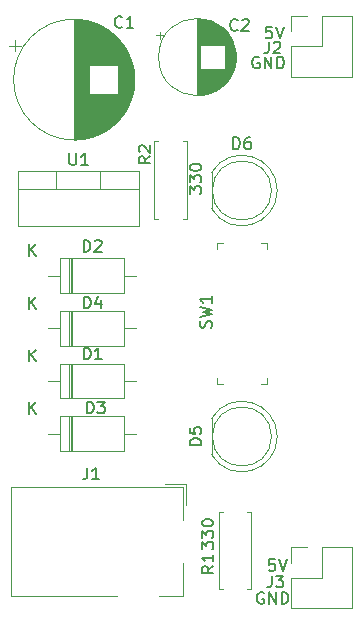
<source format=gto>
%TF.GenerationSoftware,KiCad,Pcbnew,(5.1.8)-1*%
%TF.CreationDate,2020-12-06T17:51:36-05:00*%
%TF.ProjectId,Breadboar Power Supply v1,42726561-6462-46f6-9172-20506f776572,1.0*%
%TF.SameCoordinates,Original*%
%TF.FileFunction,Legend,Top*%
%TF.FilePolarity,Positive*%
%FSLAX46Y46*%
G04 Gerber Fmt 4.6, Leading zero omitted, Abs format (unit mm)*
G04 Created by KiCad (PCBNEW (5.1.8)-1) date 2020-12-06 17:51:36*
%MOMM*%
%LPD*%
G01*
G04 APERTURE LIST*
%ADD10C,0.150000*%
%ADD11C,0.120000*%
%ADD12C,0.100000*%
G04 APERTURE END LIST*
D10*
X188682380Y-130063714D02*
X188682380Y-129444666D01*
X189063333Y-129778000D01*
X189063333Y-129635142D01*
X189110952Y-129539904D01*
X189158571Y-129492285D01*
X189253809Y-129444666D01*
X189491904Y-129444666D01*
X189587142Y-129492285D01*
X189634761Y-129539904D01*
X189682380Y-129635142D01*
X189682380Y-129920857D01*
X189634761Y-130016095D01*
X189587142Y-130063714D01*
X188682380Y-129111333D02*
X188682380Y-128492285D01*
X189063333Y-128825619D01*
X189063333Y-128682761D01*
X189110952Y-128587523D01*
X189158571Y-128539904D01*
X189253809Y-128492285D01*
X189491904Y-128492285D01*
X189587142Y-128539904D01*
X189634761Y-128587523D01*
X189682380Y-128682761D01*
X189682380Y-128968476D01*
X189634761Y-129063714D01*
X189587142Y-129111333D01*
X188682380Y-127873238D02*
X188682380Y-127778000D01*
X188730000Y-127682761D01*
X188777619Y-127635142D01*
X188872857Y-127587523D01*
X189063333Y-127539904D01*
X189301428Y-127539904D01*
X189491904Y-127587523D01*
X189587142Y-127635142D01*
X189634761Y-127682761D01*
X189682380Y-127778000D01*
X189682380Y-127873238D01*
X189634761Y-127968476D01*
X189587142Y-128016095D01*
X189491904Y-128063714D01*
X189301428Y-128111333D01*
X189063333Y-128111333D01*
X188872857Y-128063714D01*
X188777619Y-128016095D01*
X188730000Y-127968476D01*
X188682380Y-127873238D01*
X187666380Y-99964714D02*
X187666380Y-99345666D01*
X188047333Y-99679000D01*
X188047333Y-99536142D01*
X188094952Y-99440904D01*
X188142571Y-99393285D01*
X188237809Y-99345666D01*
X188475904Y-99345666D01*
X188571142Y-99393285D01*
X188618761Y-99440904D01*
X188666380Y-99536142D01*
X188666380Y-99821857D01*
X188618761Y-99917095D01*
X188571142Y-99964714D01*
X187666380Y-99012333D02*
X187666380Y-98393285D01*
X188047333Y-98726619D01*
X188047333Y-98583761D01*
X188094952Y-98488523D01*
X188142571Y-98440904D01*
X188237809Y-98393285D01*
X188475904Y-98393285D01*
X188571142Y-98440904D01*
X188618761Y-98488523D01*
X188666380Y-98583761D01*
X188666380Y-98869476D01*
X188618761Y-98964714D01*
X188571142Y-99012333D01*
X187666380Y-97774238D02*
X187666380Y-97679000D01*
X187714000Y-97583761D01*
X187761619Y-97536142D01*
X187856857Y-97488523D01*
X188047333Y-97440904D01*
X188285428Y-97440904D01*
X188475904Y-97488523D01*
X188571142Y-97536142D01*
X188618761Y-97583761D01*
X188666380Y-97679000D01*
X188666380Y-97774238D01*
X188618761Y-97869476D01*
X188571142Y-97917095D01*
X188475904Y-97964714D01*
X188285428Y-98012333D01*
X188047333Y-98012333D01*
X187856857Y-97964714D01*
X187761619Y-97917095D01*
X187714000Y-97869476D01*
X187666380Y-97774238D01*
X193929095Y-133739000D02*
X193833857Y-133691380D01*
X193691000Y-133691380D01*
X193548142Y-133739000D01*
X193452904Y-133834238D01*
X193405285Y-133929476D01*
X193357666Y-134119952D01*
X193357666Y-134262809D01*
X193405285Y-134453285D01*
X193452904Y-134548523D01*
X193548142Y-134643761D01*
X193691000Y-134691380D01*
X193786238Y-134691380D01*
X193929095Y-134643761D01*
X193976714Y-134596142D01*
X193976714Y-134262809D01*
X193786238Y-134262809D01*
X194405285Y-134691380D02*
X194405285Y-133691380D01*
X194976714Y-134691380D01*
X194976714Y-133691380D01*
X195452904Y-134691380D02*
X195452904Y-133691380D01*
X195691000Y-133691380D01*
X195833857Y-133739000D01*
X195929095Y-133834238D01*
X195976714Y-133929476D01*
X196024333Y-134119952D01*
X196024333Y-134262809D01*
X195976714Y-134453285D01*
X195929095Y-134548523D01*
X195833857Y-134643761D01*
X195691000Y-134691380D01*
X195452904Y-134691380D01*
X193548095Y-88400000D02*
X193452857Y-88352380D01*
X193310000Y-88352380D01*
X193167142Y-88400000D01*
X193071904Y-88495238D01*
X193024285Y-88590476D01*
X192976666Y-88780952D01*
X192976666Y-88923809D01*
X193024285Y-89114285D01*
X193071904Y-89209523D01*
X193167142Y-89304761D01*
X193310000Y-89352380D01*
X193405238Y-89352380D01*
X193548095Y-89304761D01*
X193595714Y-89257142D01*
X193595714Y-88923809D01*
X193405238Y-88923809D01*
X194024285Y-89352380D02*
X194024285Y-88352380D01*
X194595714Y-89352380D01*
X194595714Y-88352380D01*
X195071904Y-89352380D02*
X195071904Y-88352380D01*
X195310000Y-88352380D01*
X195452857Y-88400000D01*
X195548095Y-88495238D01*
X195595714Y-88590476D01*
X195643333Y-88780952D01*
X195643333Y-88923809D01*
X195595714Y-89114285D01*
X195548095Y-89209523D01*
X195452857Y-89304761D01*
X195310000Y-89352380D01*
X195071904Y-89352380D01*
X194627523Y-85812380D02*
X194151333Y-85812380D01*
X194103714Y-86288571D01*
X194151333Y-86240952D01*
X194246571Y-86193333D01*
X194484666Y-86193333D01*
X194579904Y-86240952D01*
X194627523Y-86288571D01*
X194675142Y-86383809D01*
X194675142Y-86621904D01*
X194627523Y-86717142D01*
X194579904Y-86764761D01*
X194484666Y-86812380D01*
X194246571Y-86812380D01*
X194151333Y-86764761D01*
X194103714Y-86717142D01*
X194960857Y-85812380D02*
X195294190Y-86812380D01*
X195627523Y-85812380D01*
X194881523Y-130897380D02*
X194405333Y-130897380D01*
X194357714Y-131373571D01*
X194405333Y-131325952D01*
X194500571Y-131278333D01*
X194738666Y-131278333D01*
X194833904Y-131325952D01*
X194881523Y-131373571D01*
X194929142Y-131468809D01*
X194929142Y-131706904D01*
X194881523Y-131802142D01*
X194833904Y-131849761D01*
X194738666Y-131897380D01*
X194500571Y-131897380D01*
X194405333Y-131849761D01*
X194357714Y-131802142D01*
X195214857Y-130897380D02*
X195548190Y-131897380D01*
X195881523Y-130897380D01*
D11*
%TO.C,C1*%
X172907354Y-86922000D02*
X172907354Y-87922000D01*
X172407354Y-87422000D02*
X173407354Y-87422000D01*
X182968000Y-89698000D02*
X182968000Y-90896000D01*
X182928000Y-89435000D02*
X182928000Y-91159000D01*
X182888000Y-89235000D02*
X182888000Y-91359000D01*
X182848000Y-89067000D02*
X182848000Y-91527000D01*
X182808000Y-88919000D02*
X182808000Y-91675000D01*
X182768000Y-88787000D02*
X182768000Y-91807000D01*
X182728000Y-88667000D02*
X182728000Y-91927000D01*
X182688000Y-88555000D02*
X182688000Y-92039000D01*
X182648000Y-88451000D02*
X182648000Y-92143000D01*
X182608000Y-88353000D02*
X182608000Y-92241000D01*
X182568000Y-88260000D02*
X182568000Y-92334000D01*
X182528000Y-88172000D02*
X182528000Y-92422000D01*
X182488000Y-88088000D02*
X182488000Y-92506000D01*
X182448000Y-88008000D02*
X182448000Y-92586000D01*
X182408000Y-87932000D02*
X182408000Y-92662000D01*
X182368000Y-87858000D02*
X182368000Y-92736000D01*
X182328000Y-87787000D02*
X182328000Y-92807000D01*
X182288000Y-87718000D02*
X182288000Y-92876000D01*
X182248000Y-87652000D02*
X182248000Y-92942000D01*
X182208000Y-87588000D02*
X182208000Y-93006000D01*
X182168000Y-87527000D02*
X182168000Y-93067000D01*
X182128000Y-87467000D02*
X182128000Y-93127000D01*
X182088000Y-87408000D02*
X182088000Y-93186000D01*
X182048000Y-87352000D02*
X182048000Y-93242000D01*
X182008000Y-87297000D02*
X182008000Y-93297000D01*
X181968000Y-87243000D02*
X181968000Y-93351000D01*
X181928000Y-87191000D02*
X181928000Y-93403000D01*
X181888000Y-87141000D02*
X181888000Y-93453000D01*
X181848000Y-87091000D02*
X181848000Y-93503000D01*
X181808000Y-87043000D02*
X181808000Y-93551000D01*
X181768000Y-86996000D02*
X181768000Y-93598000D01*
X181728000Y-86950000D02*
X181728000Y-93644000D01*
X181688000Y-86905000D02*
X181688000Y-93689000D01*
X181648000Y-86861000D02*
X181648000Y-93733000D01*
X181608000Y-91538000D02*
X181608000Y-93775000D01*
X181608000Y-86819000D02*
X181608000Y-89056000D01*
X181568000Y-91538000D02*
X181568000Y-93817000D01*
X181568000Y-86777000D02*
X181568000Y-89056000D01*
X181528000Y-91538000D02*
X181528000Y-93858000D01*
X181528000Y-86736000D02*
X181528000Y-89056000D01*
X181488000Y-91538000D02*
X181488000Y-93898000D01*
X181488000Y-86696000D02*
X181488000Y-89056000D01*
X181448000Y-91538000D02*
X181448000Y-93937000D01*
X181448000Y-86657000D02*
X181448000Y-89056000D01*
X181408000Y-91538000D02*
X181408000Y-93976000D01*
X181408000Y-86618000D02*
X181408000Y-89056000D01*
X181368000Y-91538000D02*
X181368000Y-94013000D01*
X181368000Y-86581000D02*
X181368000Y-89056000D01*
X181328000Y-91538000D02*
X181328000Y-94050000D01*
X181328000Y-86544000D02*
X181328000Y-89056000D01*
X181288000Y-91538000D02*
X181288000Y-94086000D01*
X181288000Y-86508000D02*
X181288000Y-89056000D01*
X181248000Y-91538000D02*
X181248000Y-94121000D01*
X181248000Y-86473000D02*
X181248000Y-89056000D01*
X181208000Y-91538000D02*
X181208000Y-94155000D01*
X181208000Y-86439000D02*
X181208000Y-89056000D01*
X181168000Y-91538000D02*
X181168000Y-94189000D01*
X181168000Y-86405000D02*
X181168000Y-89056000D01*
X181128000Y-91538000D02*
X181128000Y-94222000D01*
X181128000Y-86372000D02*
X181128000Y-89056000D01*
X181088000Y-91538000D02*
X181088000Y-94254000D01*
X181088000Y-86340000D02*
X181088000Y-89056000D01*
X181048000Y-91538000D02*
X181048000Y-94286000D01*
X181048000Y-86308000D02*
X181048000Y-89056000D01*
X181008000Y-91538000D02*
X181008000Y-94317000D01*
X181008000Y-86277000D02*
X181008000Y-89056000D01*
X180968000Y-91538000D02*
X180968000Y-94347000D01*
X180968000Y-86247000D02*
X180968000Y-89056000D01*
X180928000Y-91538000D02*
X180928000Y-94377000D01*
X180928000Y-86217000D02*
X180928000Y-89056000D01*
X180888000Y-91538000D02*
X180888000Y-94407000D01*
X180888000Y-86187000D02*
X180888000Y-89056000D01*
X180848000Y-91538000D02*
X180848000Y-94435000D01*
X180848000Y-86159000D02*
X180848000Y-89056000D01*
X180808000Y-91538000D02*
X180808000Y-94463000D01*
X180808000Y-86131000D02*
X180808000Y-89056000D01*
X180768000Y-91538000D02*
X180768000Y-94491000D01*
X180768000Y-86103000D02*
X180768000Y-89056000D01*
X180728000Y-91538000D02*
X180728000Y-94518000D01*
X180728000Y-86076000D02*
X180728000Y-89056000D01*
X180688000Y-91538000D02*
X180688000Y-94544000D01*
X180688000Y-86050000D02*
X180688000Y-89056000D01*
X180648000Y-91538000D02*
X180648000Y-94570000D01*
X180648000Y-86024000D02*
X180648000Y-89056000D01*
X180608000Y-91538000D02*
X180608000Y-94595000D01*
X180608000Y-85999000D02*
X180608000Y-89056000D01*
X180568000Y-91538000D02*
X180568000Y-94620000D01*
X180568000Y-85974000D02*
X180568000Y-89056000D01*
X180528000Y-91538000D02*
X180528000Y-94644000D01*
X180528000Y-85950000D02*
X180528000Y-89056000D01*
X180488000Y-91538000D02*
X180488000Y-94668000D01*
X180488000Y-85926000D02*
X180488000Y-89056000D01*
X180448000Y-91538000D02*
X180448000Y-94692000D01*
X180448000Y-85902000D02*
X180448000Y-89056000D01*
X180408000Y-91538000D02*
X180408000Y-94714000D01*
X180408000Y-85880000D02*
X180408000Y-89056000D01*
X180368000Y-91538000D02*
X180368000Y-94737000D01*
X180368000Y-85857000D02*
X180368000Y-89056000D01*
X180328000Y-91538000D02*
X180328000Y-94759000D01*
X180328000Y-85835000D02*
X180328000Y-89056000D01*
X180288000Y-91538000D02*
X180288000Y-94780000D01*
X180288000Y-85814000D02*
X180288000Y-89056000D01*
X180248000Y-91538000D02*
X180248000Y-94801000D01*
X180248000Y-85793000D02*
X180248000Y-89056000D01*
X180208000Y-91538000D02*
X180208000Y-94822000D01*
X180208000Y-85772000D02*
X180208000Y-89056000D01*
X180168000Y-91538000D02*
X180168000Y-94842000D01*
X180168000Y-85752000D02*
X180168000Y-89056000D01*
X180128000Y-91538000D02*
X180128000Y-94861000D01*
X180128000Y-85733000D02*
X180128000Y-89056000D01*
X180088000Y-91538000D02*
X180088000Y-94881000D01*
X180088000Y-85713000D02*
X180088000Y-89056000D01*
X180048000Y-91538000D02*
X180048000Y-94900000D01*
X180048000Y-85694000D02*
X180048000Y-89056000D01*
X180008000Y-91538000D02*
X180008000Y-94918000D01*
X180008000Y-85676000D02*
X180008000Y-89056000D01*
X179968000Y-91538000D02*
X179968000Y-94936000D01*
X179968000Y-85658000D02*
X179968000Y-89056000D01*
X179928000Y-91538000D02*
X179928000Y-94954000D01*
X179928000Y-85640000D02*
X179928000Y-89056000D01*
X179888000Y-91538000D02*
X179888000Y-94971000D01*
X179888000Y-85623000D02*
X179888000Y-89056000D01*
X179848000Y-91538000D02*
X179848000Y-94987000D01*
X179848000Y-85607000D02*
X179848000Y-89056000D01*
X179808000Y-91538000D02*
X179808000Y-95004000D01*
X179808000Y-85590000D02*
X179808000Y-89056000D01*
X179768000Y-91538000D02*
X179768000Y-95020000D01*
X179768000Y-85574000D02*
X179768000Y-89056000D01*
X179728000Y-91538000D02*
X179728000Y-95035000D01*
X179728000Y-85559000D02*
X179728000Y-89056000D01*
X179688000Y-91538000D02*
X179688000Y-95051000D01*
X179688000Y-85543000D02*
X179688000Y-89056000D01*
X179648000Y-91538000D02*
X179648000Y-95065000D01*
X179648000Y-85529000D02*
X179648000Y-89056000D01*
X179608000Y-91538000D02*
X179608000Y-95080000D01*
X179608000Y-85514000D02*
X179608000Y-89056000D01*
X179568000Y-91538000D02*
X179568000Y-95094000D01*
X179568000Y-85500000D02*
X179568000Y-89056000D01*
X179528000Y-91538000D02*
X179528000Y-95108000D01*
X179528000Y-85486000D02*
X179528000Y-89056000D01*
X179488000Y-91538000D02*
X179488000Y-95121000D01*
X179488000Y-85473000D02*
X179488000Y-89056000D01*
X179448000Y-91538000D02*
X179448000Y-95134000D01*
X179448000Y-85460000D02*
X179448000Y-89056000D01*
X179408000Y-91538000D02*
X179408000Y-95147000D01*
X179408000Y-85447000D02*
X179408000Y-89056000D01*
X179368000Y-91538000D02*
X179368000Y-95159000D01*
X179368000Y-85435000D02*
X179368000Y-89056000D01*
X179328000Y-91538000D02*
X179328000Y-95171000D01*
X179328000Y-85423000D02*
X179328000Y-89056000D01*
X179288000Y-91538000D02*
X179288000Y-95182000D01*
X179288000Y-85412000D02*
X179288000Y-89056000D01*
X179248000Y-91538000D02*
X179248000Y-95194000D01*
X179248000Y-85400000D02*
X179248000Y-89056000D01*
X179208000Y-91538000D02*
X179208000Y-95204000D01*
X179208000Y-85390000D02*
X179208000Y-89056000D01*
X179168000Y-91538000D02*
X179168000Y-95215000D01*
X179168000Y-85379000D02*
X179168000Y-89056000D01*
X179128000Y-85369000D02*
X179128000Y-95225000D01*
X179088000Y-85359000D02*
X179088000Y-95235000D01*
X179048000Y-85350000D02*
X179048000Y-95244000D01*
X179008000Y-85341000D02*
X179008000Y-95253000D01*
X178968000Y-85332000D02*
X178968000Y-95262000D01*
X178928000Y-85323000D02*
X178928000Y-95271000D01*
X178888000Y-85315000D02*
X178888000Y-95279000D01*
X178848000Y-85307000D02*
X178848000Y-95287000D01*
X178808000Y-85300000D02*
X178808000Y-95294000D01*
X178768000Y-85293000D02*
X178768000Y-95301000D01*
X178728000Y-85286000D02*
X178728000Y-95308000D01*
X178688000Y-85279000D02*
X178688000Y-95315000D01*
X178648000Y-85273000D02*
X178648000Y-95321000D01*
X178608000Y-85267000D02*
X178608000Y-95327000D01*
X178567000Y-85262000D02*
X178567000Y-95332000D01*
X178527000Y-85257000D02*
X178527000Y-95337000D01*
X178487000Y-85252000D02*
X178487000Y-95342000D01*
X178447000Y-85247000D02*
X178447000Y-95347000D01*
X178407000Y-85243000D02*
X178407000Y-95351000D01*
X178367000Y-85239000D02*
X178367000Y-95355000D01*
X178327000Y-85235000D02*
X178327000Y-95359000D01*
X178287000Y-85232000D02*
X178287000Y-95362000D01*
X178247000Y-85229000D02*
X178247000Y-95365000D01*
X178207000Y-85227000D02*
X178207000Y-95367000D01*
X178167000Y-85224000D02*
X178167000Y-95370000D01*
X178127000Y-85222000D02*
X178127000Y-95372000D01*
X178087000Y-85220000D02*
X178087000Y-95374000D01*
X178047000Y-85219000D02*
X178047000Y-95375000D01*
X178007000Y-85218000D02*
X178007000Y-95376000D01*
X177967000Y-85217000D02*
X177967000Y-95377000D01*
X177927000Y-85217000D02*
X177927000Y-95377000D01*
X177887000Y-85217000D02*
X177887000Y-95377000D01*
X183007000Y-90297000D02*
G75*
G03*
X183007000Y-90297000I-5120000J0D01*
G01*
%TO.C,C2*%
X185135759Y-86238000D02*
X185135759Y-86868000D01*
X184820759Y-86553000D02*
X185450759Y-86553000D01*
X191562000Y-87990000D02*
X191562000Y-88794000D01*
X191522000Y-87759000D02*
X191522000Y-89025000D01*
X191482000Y-87590000D02*
X191482000Y-89194000D01*
X191442000Y-87452000D02*
X191442000Y-89332000D01*
X191402000Y-87333000D02*
X191402000Y-89451000D01*
X191362000Y-87227000D02*
X191362000Y-89557000D01*
X191322000Y-87130000D02*
X191322000Y-89654000D01*
X191282000Y-87042000D02*
X191282000Y-89742000D01*
X191242000Y-86960000D02*
X191242000Y-89824000D01*
X191202000Y-86883000D02*
X191202000Y-89901000D01*
X191162000Y-86811000D02*
X191162000Y-89973000D01*
X191122000Y-86742000D02*
X191122000Y-90042000D01*
X191082000Y-86678000D02*
X191082000Y-90106000D01*
X191042000Y-86616000D02*
X191042000Y-90168000D01*
X191002000Y-86558000D02*
X191002000Y-90226000D01*
X190962000Y-86502000D02*
X190962000Y-90282000D01*
X190922000Y-86448000D02*
X190922000Y-90336000D01*
X190882000Y-86397000D02*
X190882000Y-90387000D01*
X190842000Y-86348000D02*
X190842000Y-90436000D01*
X190802000Y-86300000D02*
X190802000Y-90484000D01*
X190762000Y-86255000D02*
X190762000Y-90529000D01*
X190722000Y-86210000D02*
X190722000Y-90574000D01*
X190682000Y-86168000D02*
X190682000Y-90616000D01*
X190642000Y-86127000D02*
X190642000Y-90657000D01*
X190602000Y-89432000D02*
X190602000Y-90697000D01*
X190602000Y-86087000D02*
X190602000Y-87352000D01*
X190562000Y-89432000D02*
X190562000Y-90735000D01*
X190562000Y-86049000D02*
X190562000Y-87352000D01*
X190522000Y-89432000D02*
X190522000Y-90772000D01*
X190522000Y-86012000D02*
X190522000Y-87352000D01*
X190482000Y-89432000D02*
X190482000Y-90808000D01*
X190482000Y-85976000D02*
X190482000Y-87352000D01*
X190442000Y-89432000D02*
X190442000Y-90842000D01*
X190442000Y-85942000D02*
X190442000Y-87352000D01*
X190402000Y-89432000D02*
X190402000Y-90876000D01*
X190402000Y-85908000D02*
X190402000Y-87352000D01*
X190362000Y-89432000D02*
X190362000Y-90908000D01*
X190362000Y-85876000D02*
X190362000Y-87352000D01*
X190322000Y-89432000D02*
X190322000Y-90940000D01*
X190322000Y-85844000D02*
X190322000Y-87352000D01*
X190282000Y-89432000D02*
X190282000Y-90970000D01*
X190282000Y-85814000D02*
X190282000Y-87352000D01*
X190242000Y-89432000D02*
X190242000Y-90999000D01*
X190242000Y-85785000D02*
X190242000Y-87352000D01*
X190202000Y-89432000D02*
X190202000Y-91028000D01*
X190202000Y-85756000D02*
X190202000Y-87352000D01*
X190162000Y-89432000D02*
X190162000Y-91056000D01*
X190162000Y-85728000D02*
X190162000Y-87352000D01*
X190122000Y-89432000D02*
X190122000Y-91082000D01*
X190122000Y-85702000D02*
X190122000Y-87352000D01*
X190082000Y-89432000D02*
X190082000Y-91108000D01*
X190082000Y-85676000D02*
X190082000Y-87352000D01*
X190042000Y-89432000D02*
X190042000Y-91134000D01*
X190042000Y-85650000D02*
X190042000Y-87352000D01*
X190002000Y-89432000D02*
X190002000Y-91158000D01*
X190002000Y-85626000D02*
X190002000Y-87352000D01*
X189962000Y-89432000D02*
X189962000Y-91182000D01*
X189962000Y-85602000D02*
X189962000Y-87352000D01*
X189922000Y-89432000D02*
X189922000Y-91204000D01*
X189922000Y-85580000D02*
X189922000Y-87352000D01*
X189882000Y-89432000D02*
X189882000Y-91226000D01*
X189882000Y-85558000D02*
X189882000Y-87352000D01*
X189842000Y-89432000D02*
X189842000Y-91248000D01*
X189842000Y-85536000D02*
X189842000Y-87352000D01*
X189802000Y-89432000D02*
X189802000Y-91268000D01*
X189802000Y-85516000D02*
X189802000Y-87352000D01*
X189762000Y-89432000D02*
X189762000Y-91288000D01*
X189762000Y-85496000D02*
X189762000Y-87352000D01*
X189722000Y-89432000D02*
X189722000Y-91308000D01*
X189722000Y-85476000D02*
X189722000Y-87352000D01*
X189682000Y-89432000D02*
X189682000Y-91326000D01*
X189682000Y-85458000D02*
X189682000Y-87352000D01*
X189642000Y-89432000D02*
X189642000Y-91344000D01*
X189642000Y-85440000D02*
X189642000Y-87352000D01*
X189602000Y-89432000D02*
X189602000Y-91362000D01*
X189602000Y-85422000D02*
X189602000Y-87352000D01*
X189562000Y-89432000D02*
X189562000Y-91378000D01*
X189562000Y-85406000D02*
X189562000Y-87352000D01*
X189522000Y-89432000D02*
X189522000Y-91394000D01*
X189522000Y-85390000D02*
X189522000Y-87352000D01*
X189482000Y-89432000D02*
X189482000Y-91410000D01*
X189482000Y-85374000D02*
X189482000Y-87352000D01*
X189442000Y-89432000D02*
X189442000Y-91425000D01*
X189442000Y-85359000D02*
X189442000Y-87352000D01*
X189402000Y-89432000D02*
X189402000Y-91439000D01*
X189402000Y-85345000D02*
X189402000Y-87352000D01*
X189362000Y-89432000D02*
X189362000Y-91453000D01*
X189362000Y-85331000D02*
X189362000Y-87352000D01*
X189322000Y-89432000D02*
X189322000Y-91466000D01*
X189322000Y-85318000D02*
X189322000Y-87352000D01*
X189282000Y-89432000D02*
X189282000Y-91478000D01*
X189282000Y-85306000D02*
X189282000Y-87352000D01*
X189242000Y-89432000D02*
X189242000Y-91490000D01*
X189242000Y-85294000D02*
X189242000Y-87352000D01*
X189202000Y-89432000D02*
X189202000Y-91502000D01*
X189202000Y-85282000D02*
X189202000Y-87352000D01*
X189162000Y-89432000D02*
X189162000Y-91513000D01*
X189162000Y-85271000D02*
X189162000Y-87352000D01*
X189122000Y-89432000D02*
X189122000Y-91523000D01*
X189122000Y-85261000D02*
X189122000Y-87352000D01*
X189082000Y-89432000D02*
X189082000Y-91533000D01*
X189082000Y-85251000D02*
X189082000Y-87352000D01*
X189042000Y-89432000D02*
X189042000Y-91542000D01*
X189042000Y-85242000D02*
X189042000Y-87352000D01*
X189001000Y-89432000D02*
X189001000Y-91551000D01*
X189001000Y-85233000D02*
X189001000Y-87352000D01*
X188961000Y-89432000D02*
X188961000Y-91559000D01*
X188961000Y-85225000D02*
X188961000Y-87352000D01*
X188921000Y-89432000D02*
X188921000Y-91567000D01*
X188921000Y-85217000D02*
X188921000Y-87352000D01*
X188881000Y-89432000D02*
X188881000Y-91574000D01*
X188881000Y-85210000D02*
X188881000Y-87352000D01*
X188841000Y-89432000D02*
X188841000Y-91581000D01*
X188841000Y-85203000D02*
X188841000Y-87352000D01*
X188801000Y-89432000D02*
X188801000Y-91587000D01*
X188801000Y-85197000D02*
X188801000Y-87352000D01*
X188761000Y-89432000D02*
X188761000Y-91593000D01*
X188761000Y-85191000D02*
X188761000Y-87352000D01*
X188721000Y-89432000D02*
X188721000Y-91598000D01*
X188721000Y-85186000D02*
X188721000Y-87352000D01*
X188681000Y-89432000D02*
X188681000Y-91603000D01*
X188681000Y-85181000D02*
X188681000Y-87352000D01*
X188641000Y-89432000D02*
X188641000Y-91607000D01*
X188641000Y-85177000D02*
X188641000Y-87352000D01*
X188601000Y-89432000D02*
X188601000Y-91610000D01*
X188601000Y-85174000D02*
X188601000Y-87352000D01*
X188561000Y-89432000D02*
X188561000Y-91614000D01*
X188561000Y-85170000D02*
X188561000Y-87352000D01*
X188521000Y-85168000D02*
X188521000Y-91616000D01*
X188481000Y-85165000D02*
X188481000Y-91619000D01*
X188441000Y-85164000D02*
X188441000Y-91620000D01*
X188401000Y-85162000D02*
X188401000Y-91622000D01*
X188361000Y-85162000D02*
X188361000Y-91622000D01*
X188321000Y-85162000D02*
X188321000Y-91622000D01*
X191591000Y-88392000D02*
G75*
G03*
X191591000Y-88392000I-3270000J0D01*
G01*
%TO.C,D1*%
X177489001Y-114345333D02*
X177489001Y-117285333D01*
X177729001Y-114345333D02*
X177729001Y-117285333D01*
X177609001Y-114345333D02*
X177609001Y-117285333D01*
X183169001Y-115815333D02*
X182149001Y-115815333D01*
X175689001Y-115815333D02*
X176709001Y-115815333D01*
X182149001Y-114345333D02*
X176709001Y-114345333D01*
X182149001Y-117285333D02*
X182149001Y-114345333D01*
X176709001Y-117285333D02*
X182149001Y-117285333D01*
X176709001Y-114345333D02*
X176709001Y-117285333D01*
%TO.C,D2*%
X176709001Y-105438001D02*
X176709001Y-108378001D01*
X176709001Y-108378001D02*
X182149001Y-108378001D01*
X182149001Y-108378001D02*
X182149001Y-105438001D01*
X182149001Y-105438001D02*
X176709001Y-105438001D01*
X175689001Y-106908001D02*
X176709001Y-106908001D01*
X183169001Y-106908001D02*
X182149001Y-106908001D01*
X177609001Y-105438001D02*
X177609001Y-108378001D01*
X177729001Y-105438001D02*
X177729001Y-108378001D01*
X177489001Y-105438001D02*
X177489001Y-108378001D01*
%TO.C,D3*%
X176709001Y-118799000D02*
X176709001Y-121739000D01*
X176709001Y-121739000D02*
X182149001Y-121739000D01*
X182149001Y-121739000D02*
X182149001Y-118799000D01*
X182149001Y-118799000D02*
X176709001Y-118799000D01*
X175689001Y-120269000D02*
X176709001Y-120269000D01*
X183169001Y-120269000D02*
X182149001Y-120269000D01*
X177609001Y-118799000D02*
X177609001Y-121739000D01*
X177729001Y-118799000D02*
X177729001Y-121739000D01*
X177489001Y-118799000D02*
X177489001Y-121739000D01*
%TO.C,D4*%
X177489001Y-109891667D02*
X177489001Y-112831667D01*
X177729001Y-109891667D02*
X177729001Y-112831667D01*
X177609001Y-109891667D02*
X177609001Y-112831667D01*
X183169001Y-111361667D02*
X182149001Y-111361667D01*
X175689001Y-111361667D02*
X176709001Y-111361667D01*
X182149001Y-109891667D02*
X176709001Y-109891667D01*
X182149001Y-112831667D02*
X182149001Y-109891667D01*
X176709001Y-112831667D02*
X182149001Y-112831667D01*
X176709001Y-109891667D02*
X176709001Y-112831667D01*
%TO.C,D5*%
X195087000Y-120522538D02*
G75*
G02*
X189537000Y-122067830I-2990000J-462D01*
G01*
X195087000Y-120523462D02*
G75*
G03*
X189537000Y-118978170I-2990000J462D01*
G01*
X194597000Y-120523000D02*
G75*
G03*
X194597000Y-120523000I-2500000J0D01*
G01*
X189537000Y-118978000D02*
X189537000Y-122068000D01*
%TO.C,D6*%
X189537000Y-98150000D02*
X189537000Y-101240000D01*
X194597000Y-99695000D02*
G75*
G03*
X194597000Y-99695000I-2500000J0D01*
G01*
X195087000Y-99695462D02*
G75*
G03*
X189537000Y-98150170I-2990000J462D01*
G01*
X195087000Y-99694538D02*
G75*
G02*
X189537000Y-101239830I-2990000J-462D01*
G01*
%TO.C,J1*%
X187349000Y-124573000D02*
X187349000Y-126313000D01*
X185609000Y-124573000D02*
X187349000Y-124573000D01*
X187109000Y-134013000D02*
X185109000Y-134013000D01*
X187109000Y-131213000D02*
X187109000Y-134013000D01*
X187109000Y-124813000D02*
X187109000Y-127613000D01*
X172509000Y-124813000D02*
X187109000Y-124813000D01*
X172509000Y-134013000D02*
X172509000Y-124813000D01*
X181509000Y-134013000D02*
X172509000Y-134013000D01*
%TO.C,J2*%
X196255000Y-84883000D02*
X197585000Y-84883000D01*
X196255000Y-86213000D02*
X196255000Y-84883000D01*
X198855000Y-84883000D02*
X201455000Y-84883000D01*
X198855000Y-87483000D02*
X198855000Y-84883000D01*
X196255000Y-87483000D02*
X198855000Y-87483000D01*
X201455000Y-84883000D02*
X201455000Y-90083000D01*
X196255000Y-87483000D02*
X196255000Y-90083000D01*
X196255000Y-90083000D02*
X201455000Y-90083000D01*
%TO.C,J3*%
X196255000Y-135077000D02*
X201455000Y-135077000D01*
X196255000Y-132477000D02*
X196255000Y-135077000D01*
X201455000Y-129877000D02*
X201455000Y-135077000D01*
X196255000Y-132477000D02*
X198855000Y-132477000D01*
X198855000Y-132477000D02*
X198855000Y-129877000D01*
X198855000Y-129877000D02*
X201455000Y-129877000D01*
X196255000Y-131207000D02*
X196255000Y-129877000D01*
X196255000Y-129877000D02*
X197585000Y-129877000D01*
%TO.C,R1*%
X190476000Y-133445000D02*
X190146000Y-133445000D01*
X190146000Y-133445000D02*
X190146000Y-126905000D01*
X190146000Y-126905000D02*
X190476000Y-126905000D01*
X192556000Y-133445000D02*
X192886000Y-133445000D01*
X192886000Y-133445000D02*
X192886000Y-126905000D01*
X192886000Y-126905000D02*
X192556000Y-126905000D01*
%TO.C,R2*%
X187425000Y-95536000D02*
X187095000Y-95536000D01*
X187425000Y-102076000D02*
X187425000Y-95536000D01*
X187095000Y-102076000D02*
X187425000Y-102076000D01*
X184685000Y-95536000D02*
X185015000Y-95536000D01*
X184685000Y-102076000D02*
X184685000Y-95536000D01*
X185015000Y-102076000D02*
X184685000Y-102076000D01*
D12*
%TO.C,SW1*%
X190002000Y-104154000D02*
X190002000Y-104654000D01*
X190002000Y-104154000D02*
X190502000Y-104154000D01*
X190002000Y-116054000D02*
X190502000Y-116054000D01*
X190002000Y-116054000D02*
X190002000Y-115554000D01*
X194202000Y-116054000D02*
X193702000Y-116054000D01*
X194202000Y-116054000D02*
X194202000Y-115554000D01*
X194202000Y-104154000D02*
X193702000Y-104154000D01*
X194202000Y-104154000D02*
X194202000Y-104654000D01*
D11*
%TO.C,U1*%
X180100001Y-98076000D02*
X180100001Y-99586000D01*
X176399001Y-98076000D02*
X176399001Y-99586000D01*
X173129001Y-99586000D02*
X183369001Y-99586000D01*
X183369001Y-98076000D02*
X183369001Y-102717000D01*
X173129001Y-98076000D02*
X173129001Y-102717000D01*
X173129001Y-102717000D02*
X183369001Y-102717000D01*
X173129001Y-98076000D02*
X183369001Y-98076000D01*
%TO.C,C1*%
D10*
X181951333Y-85828142D02*
X181903714Y-85875761D01*
X181760857Y-85923380D01*
X181665619Y-85923380D01*
X181522761Y-85875761D01*
X181427523Y-85780523D01*
X181379904Y-85685285D01*
X181332285Y-85494809D01*
X181332285Y-85351952D01*
X181379904Y-85161476D01*
X181427523Y-85066238D01*
X181522761Y-84971000D01*
X181665619Y-84923380D01*
X181760857Y-84923380D01*
X181903714Y-84971000D01*
X181951333Y-85018619D01*
X182903714Y-85923380D02*
X182332285Y-85923380D01*
X182618000Y-85923380D02*
X182618000Y-84923380D01*
X182522761Y-85066238D01*
X182427523Y-85161476D01*
X182332285Y-85209095D01*
%TO.C,C2*%
X191730333Y-86082142D02*
X191682714Y-86129761D01*
X191539857Y-86177380D01*
X191444619Y-86177380D01*
X191301761Y-86129761D01*
X191206523Y-86034523D01*
X191158904Y-85939285D01*
X191111285Y-85748809D01*
X191111285Y-85605952D01*
X191158904Y-85415476D01*
X191206523Y-85320238D01*
X191301761Y-85225000D01*
X191444619Y-85177380D01*
X191539857Y-85177380D01*
X191682714Y-85225000D01*
X191730333Y-85272619D01*
X192111285Y-85272619D02*
X192158904Y-85225000D01*
X192254142Y-85177380D01*
X192492238Y-85177380D01*
X192587476Y-85225000D01*
X192635095Y-85272619D01*
X192682714Y-85367857D01*
X192682714Y-85463095D01*
X192635095Y-85605952D01*
X192063666Y-86177380D01*
X192682714Y-86177380D01*
%TO.C,D1*%
X178712904Y-113990380D02*
X178712904Y-112990380D01*
X178951000Y-112990380D01*
X179093857Y-113038000D01*
X179189095Y-113133238D01*
X179236714Y-113228476D01*
X179284333Y-113418952D01*
X179284333Y-113561809D01*
X179236714Y-113752285D01*
X179189095Y-113847523D01*
X179093857Y-113942761D01*
X178951000Y-113990380D01*
X178712904Y-113990380D01*
X180236714Y-113990380D02*
X179665285Y-113990380D01*
X179951000Y-113990380D02*
X179951000Y-112990380D01*
X179855761Y-113133238D01*
X179760523Y-113228476D01*
X179665285Y-113276095D01*
X174087096Y-114167713D02*
X174087096Y-113167713D01*
X174658524Y-114167713D02*
X174229953Y-113596285D01*
X174658524Y-113167713D02*
X174087096Y-113739142D01*
%TO.C,D2*%
X178690905Y-104890381D02*
X178690905Y-103890381D01*
X178929001Y-103890381D01*
X179071858Y-103938001D01*
X179167096Y-104033239D01*
X179214715Y-104128477D01*
X179262334Y-104318953D01*
X179262334Y-104461810D01*
X179214715Y-104652286D01*
X179167096Y-104747524D01*
X179071858Y-104842762D01*
X178929001Y-104890381D01*
X178690905Y-104890381D01*
X179643286Y-103985620D02*
X179690905Y-103938001D01*
X179786143Y-103890381D01*
X180024239Y-103890381D01*
X180119477Y-103938001D01*
X180167096Y-103985620D01*
X180214715Y-104080858D01*
X180214715Y-104176096D01*
X180167096Y-104318953D01*
X179595667Y-104890381D01*
X180214715Y-104890381D01*
X174087096Y-105260381D02*
X174087096Y-104260381D01*
X174658524Y-105260381D02*
X174229953Y-104688953D01*
X174658524Y-104260381D02*
X174087096Y-104831810D01*
%TO.C,D3*%
X178966904Y-118562380D02*
X178966904Y-117562380D01*
X179205000Y-117562380D01*
X179347857Y-117610000D01*
X179443095Y-117705238D01*
X179490714Y-117800476D01*
X179538333Y-117990952D01*
X179538333Y-118133809D01*
X179490714Y-118324285D01*
X179443095Y-118419523D01*
X179347857Y-118514761D01*
X179205000Y-118562380D01*
X178966904Y-118562380D01*
X179871666Y-117562380D02*
X180490714Y-117562380D01*
X180157380Y-117943333D01*
X180300238Y-117943333D01*
X180395476Y-117990952D01*
X180443095Y-118038571D01*
X180490714Y-118133809D01*
X180490714Y-118371904D01*
X180443095Y-118467142D01*
X180395476Y-118514761D01*
X180300238Y-118562380D01*
X180014523Y-118562380D01*
X179919285Y-118514761D01*
X179871666Y-118467142D01*
X174087096Y-118621380D02*
X174087096Y-117621380D01*
X174658524Y-118621380D02*
X174229953Y-118049952D01*
X174658524Y-117621380D02*
X174087096Y-118192809D01*
%TO.C,D4*%
X178712904Y-109672380D02*
X178712904Y-108672380D01*
X178951000Y-108672380D01*
X179093857Y-108720000D01*
X179189095Y-108815238D01*
X179236714Y-108910476D01*
X179284333Y-109100952D01*
X179284333Y-109243809D01*
X179236714Y-109434285D01*
X179189095Y-109529523D01*
X179093857Y-109624761D01*
X178951000Y-109672380D01*
X178712904Y-109672380D01*
X180141476Y-109005714D02*
X180141476Y-109672380D01*
X179903380Y-108624761D02*
X179665285Y-109339047D01*
X180284333Y-109339047D01*
X174087096Y-109714047D02*
X174087096Y-108714047D01*
X174658524Y-109714047D02*
X174229953Y-109142619D01*
X174658524Y-108714047D02*
X174087096Y-109285476D01*
%TO.C,D5*%
X188666380Y-121261095D02*
X187666380Y-121261095D01*
X187666380Y-121023000D01*
X187714000Y-120880142D01*
X187809238Y-120784904D01*
X187904476Y-120737285D01*
X188094952Y-120689666D01*
X188237809Y-120689666D01*
X188428285Y-120737285D01*
X188523523Y-120784904D01*
X188618761Y-120880142D01*
X188666380Y-121023000D01*
X188666380Y-121261095D01*
X187666380Y-119784904D02*
X187666380Y-120261095D01*
X188142571Y-120308714D01*
X188094952Y-120261095D01*
X188047333Y-120165857D01*
X188047333Y-119927761D01*
X188094952Y-119832523D01*
X188142571Y-119784904D01*
X188237809Y-119737285D01*
X188475904Y-119737285D01*
X188571142Y-119784904D01*
X188618761Y-119832523D01*
X188666380Y-119927761D01*
X188666380Y-120165857D01*
X188618761Y-120261095D01*
X188571142Y-120308714D01*
%TO.C,D6*%
X191358904Y-96187380D02*
X191358904Y-95187380D01*
X191597000Y-95187380D01*
X191739857Y-95235000D01*
X191835095Y-95330238D01*
X191882714Y-95425476D01*
X191930333Y-95615952D01*
X191930333Y-95758809D01*
X191882714Y-95949285D01*
X191835095Y-96044523D01*
X191739857Y-96139761D01*
X191597000Y-96187380D01*
X191358904Y-96187380D01*
X192787476Y-95187380D02*
X192597000Y-95187380D01*
X192501761Y-95235000D01*
X192454142Y-95282619D01*
X192358904Y-95425476D01*
X192311285Y-95615952D01*
X192311285Y-95996904D01*
X192358904Y-96092142D01*
X192406523Y-96139761D01*
X192501761Y-96187380D01*
X192692238Y-96187380D01*
X192787476Y-96139761D01*
X192835095Y-96092142D01*
X192882714Y-95996904D01*
X192882714Y-95758809D01*
X192835095Y-95663571D01*
X192787476Y-95615952D01*
X192692238Y-95568333D01*
X192501761Y-95568333D01*
X192406523Y-95615952D01*
X192358904Y-95663571D01*
X192311285Y-95758809D01*
%TO.C,J1*%
X178990666Y-123150380D02*
X178990666Y-123864666D01*
X178943047Y-124007523D01*
X178847809Y-124102761D01*
X178704952Y-124150380D01*
X178609714Y-124150380D01*
X179990666Y-124150380D02*
X179419238Y-124150380D01*
X179704952Y-124150380D02*
X179704952Y-123150380D01*
X179609714Y-123293238D01*
X179514476Y-123388476D01*
X179419238Y-123436095D01*
%TO.C,J2*%
X194357666Y-87082380D02*
X194357666Y-87796666D01*
X194310047Y-87939523D01*
X194214809Y-88034761D01*
X194071952Y-88082380D01*
X193976714Y-88082380D01*
X194786238Y-87177619D02*
X194833857Y-87130000D01*
X194929095Y-87082380D01*
X195167190Y-87082380D01*
X195262428Y-87130000D01*
X195310047Y-87177619D01*
X195357666Y-87272857D01*
X195357666Y-87368095D01*
X195310047Y-87510952D01*
X194738619Y-88082380D01*
X195357666Y-88082380D01*
%TO.C,J3*%
X194611666Y-132294380D02*
X194611666Y-133008666D01*
X194564047Y-133151523D01*
X194468809Y-133246761D01*
X194325952Y-133294380D01*
X194230714Y-133294380D01*
X194992619Y-132294380D02*
X195611666Y-132294380D01*
X195278333Y-132675333D01*
X195421190Y-132675333D01*
X195516428Y-132722952D01*
X195564047Y-132770571D01*
X195611666Y-132865809D01*
X195611666Y-133103904D01*
X195564047Y-133199142D01*
X195516428Y-133246761D01*
X195421190Y-133294380D01*
X195135476Y-133294380D01*
X195040238Y-133246761D01*
X194992619Y-133199142D01*
%TO.C,R1*%
X189682380Y-131484666D02*
X189206190Y-131818000D01*
X189682380Y-132056095D02*
X188682380Y-132056095D01*
X188682380Y-131675142D01*
X188730000Y-131579904D01*
X188777619Y-131532285D01*
X188872857Y-131484666D01*
X189015714Y-131484666D01*
X189110952Y-131532285D01*
X189158571Y-131579904D01*
X189206190Y-131675142D01*
X189206190Y-132056095D01*
X189682380Y-130532285D02*
X189682380Y-131103714D01*
X189682380Y-130818000D02*
X188682380Y-130818000D01*
X188825238Y-130913238D01*
X188920476Y-131008476D01*
X188968095Y-131103714D01*
%TO.C,R2*%
X184348380Y-96813666D02*
X183872190Y-97147000D01*
X184348380Y-97385095D02*
X183348380Y-97385095D01*
X183348380Y-97004142D01*
X183396000Y-96908904D01*
X183443619Y-96861285D01*
X183538857Y-96813666D01*
X183681714Y-96813666D01*
X183776952Y-96861285D01*
X183824571Y-96908904D01*
X183872190Y-97004142D01*
X183872190Y-97385095D01*
X183443619Y-96432714D02*
X183396000Y-96385095D01*
X183348380Y-96289857D01*
X183348380Y-96051761D01*
X183396000Y-95956523D01*
X183443619Y-95908904D01*
X183538857Y-95861285D01*
X183634095Y-95861285D01*
X183776952Y-95908904D01*
X184348380Y-96480333D01*
X184348380Y-95861285D01*
%TO.C,SW1*%
X189486761Y-111297333D02*
X189534380Y-111154476D01*
X189534380Y-110916380D01*
X189486761Y-110821142D01*
X189439142Y-110773523D01*
X189343904Y-110725904D01*
X189248666Y-110725904D01*
X189153428Y-110773523D01*
X189105809Y-110821142D01*
X189058190Y-110916380D01*
X189010571Y-111106857D01*
X188962952Y-111202095D01*
X188915333Y-111249714D01*
X188820095Y-111297333D01*
X188724857Y-111297333D01*
X188629619Y-111249714D01*
X188582000Y-111202095D01*
X188534380Y-111106857D01*
X188534380Y-110868761D01*
X188582000Y-110725904D01*
X188534380Y-110392571D02*
X189534380Y-110154476D01*
X188820095Y-109964000D01*
X189534380Y-109773523D01*
X188534380Y-109535428D01*
X189534380Y-108630666D02*
X189534380Y-109202095D01*
X189534380Y-108916380D02*
X188534380Y-108916380D01*
X188677238Y-109011619D01*
X188772476Y-109106857D01*
X188820095Y-109202095D01*
%TO.C,U1*%
X177487096Y-96528380D02*
X177487096Y-97337904D01*
X177534715Y-97433142D01*
X177582334Y-97480761D01*
X177677572Y-97528380D01*
X177868048Y-97528380D01*
X177963286Y-97480761D01*
X178010905Y-97433142D01*
X178058524Y-97337904D01*
X178058524Y-96528380D01*
X179058524Y-97528380D02*
X178487096Y-97528380D01*
X178772810Y-97528380D02*
X178772810Y-96528380D01*
X178677572Y-96671238D01*
X178582334Y-96766476D01*
X178487096Y-96814095D01*
%TD*%
M02*

</source>
